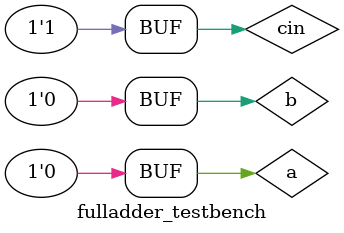
<source format=v>
`timescale 1ns / 1ps

module fulladder_testbench;

	// Inputs
	reg a;
	reg b;
	reg cin;

	// Outputs
	wire sum;
	wire carry;

	// Instantiate the Unit Under Test (UUT)
	fulladder_verilog uut (
		.a(a), 
		.b(b), 
		.cin(cin), 
		.sum(sum), 
		.carry(carry)
	);

	initial begin
		// Initialize Inputs
		a = 0;
		b = 0;
		cin = 0;

		// Wait 100 ns for global reset to finish
		#100;
      

		a = 1;
		b = 0;
		cin = 0;
		
		#100;
		
		a = 0;
		b = 1;
		cin = 0;
		
		#100;
		
		a = 0;
		b = 0;
		cin = 1;
		
		#100;
		// Add stimulus here

	end
      
endmodule


</source>
